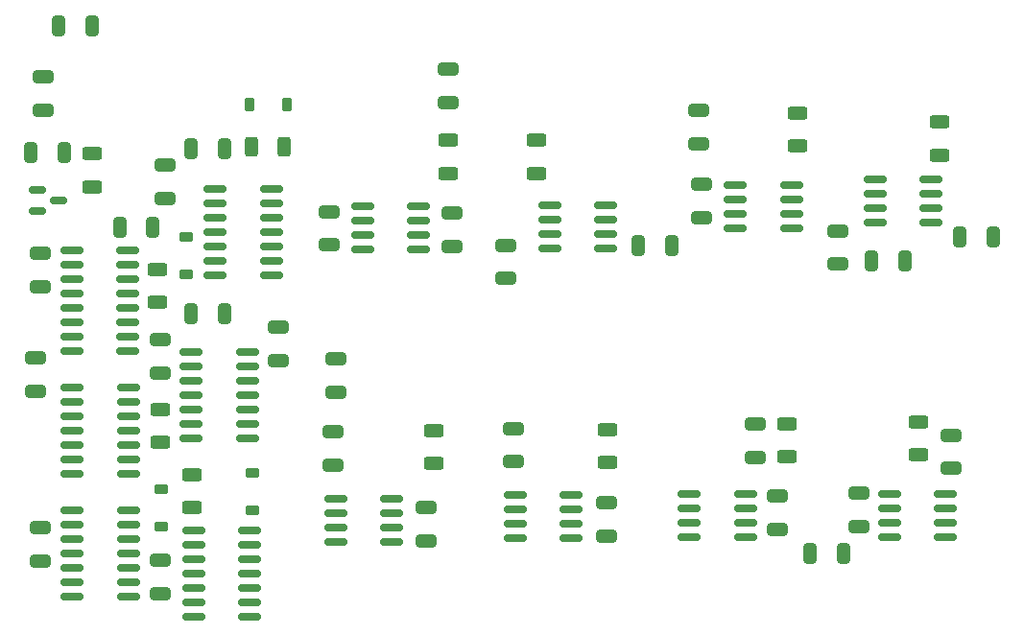
<source format=gtp>
%TF.GenerationSoftware,KiCad,Pcbnew,9.0.2*%
%TF.CreationDate,2025-12-17T22:35:22-05:00*%
%TF.ProjectId,motor-driver,6d6f746f-722d-4647-9269-7665722e6b69,rev?*%
%TF.SameCoordinates,Original*%
%TF.FileFunction,Paste,Top*%
%TF.FilePolarity,Positive*%
%FSLAX46Y46*%
G04 Gerber Fmt 4.6, Leading zero omitted, Abs format (unit mm)*
G04 Created by KiCad (PCBNEW 9.0.2) date 2025-12-17 22:35:22*
%MOMM*%
%LPD*%
G01*
G04 APERTURE LIST*
G04 Aperture macros list*
%AMRoundRect*
0 Rectangle with rounded corners*
0 $1 Rounding radius*
0 $2 $3 $4 $5 $6 $7 $8 $9 X,Y pos of 4 corners*
0 Add a 4 corners polygon primitive as box body*
4,1,4,$2,$3,$4,$5,$6,$7,$8,$9,$2,$3,0*
0 Add four circle primitives for the rounded corners*
1,1,$1+$1,$2,$3*
1,1,$1+$1,$4,$5*
1,1,$1+$1,$6,$7*
1,1,$1+$1,$8,$9*
0 Add four rect primitives between the rounded corners*
20,1,$1+$1,$2,$3,$4,$5,0*
20,1,$1+$1,$4,$5,$6,$7,0*
20,1,$1+$1,$6,$7,$8,$9,0*
20,1,$1+$1,$8,$9,$2,$3,0*%
G04 Aperture macros list end*
%ADD10RoundRect,0.150000X-0.825000X-0.150000X0.825000X-0.150000X0.825000X0.150000X-0.825000X0.150000X0*%
%ADD11RoundRect,0.250000X0.625000X-0.312500X0.625000X0.312500X-0.625000X0.312500X-0.625000X-0.312500X0*%
%ADD12RoundRect,0.250000X-0.325000X-0.650000X0.325000X-0.650000X0.325000X0.650000X-0.325000X0.650000X0*%
%ADD13RoundRect,0.250000X0.325000X0.650000X-0.325000X0.650000X-0.325000X-0.650000X0.325000X-0.650000X0*%
%ADD14RoundRect,0.250000X0.650000X-0.325000X0.650000X0.325000X-0.650000X0.325000X-0.650000X-0.325000X0*%
%ADD15RoundRect,0.250000X-0.650000X0.325000X-0.650000X-0.325000X0.650000X-0.325000X0.650000X0.325000X0*%
%ADD16RoundRect,0.225000X-0.375000X0.225000X-0.375000X-0.225000X0.375000X-0.225000X0.375000X0.225000X0*%
%ADD17RoundRect,0.250000X0.312500X0.625000X-0.312500X0.625000X-0.312500X-0.625000X0.312500X-0.625000X0*%
%ADD18RoundRect,0.150000X-0.587500X-0.150000X0.587500X-0.150000X0.587500X0.150000X-0.587500X0.150000X0*%
%ADD19RoundRect,0.225000X0.375000X-0.225000X0.375000X0.225000X-0.375000X0.225000X-0.375000X-0.225000X0*%
%ADD20RoundRect,0.225000X0.225000X0.375000X-0.225000X0.375000X-0.225000X-0.375000X0.225000X-0.375000X0*%
%ADD21RoundRect,0.250000X-0.625000X0.312500X-0.625000X-0.312500X0.625000X-0.312500X0.625000X0.312500X0*%
G04 APERTURE END LIST*
D10*
%TO.C,U1*%
X58375000Y-66460000D03*
X58375000Y-67730000D03*
X58375000Y-69000000D03*
X58375000Y-70270000D03*
X58375000Y-71540000D03*
X58375000Y-72810000D03*
X58375000Y-74080000D03*
X58375000Y-75350000D03*
X63325000Y-75350000D03*
X63325000Y-74080000D03*
X63325000Y-72810000D03*
X63325000Y-71540000D03*
X63325000Y-70270000D03*
X63325000Y-69000000D03*
X63325000Y-67730000D03*
X63325000Y-66460000D03*
%TD*%
D11*
%TO.C,R4*%
X68950000Y-89167500D03*
X68950000Y-86242500D03*
%TD*%
D12*
%TO.C,C2*%
X57175000Y-46605000D03*
X60125000Y-46605000D03*
%TD*%
D10*
%TO.C,U6*%
X71000000Y-61005000D03*
X71000000Y-62275000D03*
X71000000Y-63545000D03*
X71000000Y-64815000D03*
X71000000Y-66085000D03*
X71000000Y-67355000D03*
X71000000Y-68625000D03*
X75950000Y-68625000D03*
X75950000Y-67355000D03*
X75950000Y-66085000D03*
X75950000Y-64815000D03*
X75950000Y-63545000D03*
X75950000Y-62275000D03*
X75950000Y-61005000D03*
%TD*%
D12*
%TO.C,C19*%
X128925000Y-67405000D03*
X131875000Y-67405000D03*
%TD*%
D11*
%TO.C,R11*%
X122375000Y-57267500D03*
X122375000Y-54342500D03*
%TD*%
D10*
%TO.C,U13*%
X97450000Y-88035000D03*
X97450000Y-89305000D03*
X97450000Y-90575000D03*
X97450000Y-91845000D03*
X102400000Y-91845000D03*
X102400000Y-90575000D03*
X102400000Y-89305000D03*
X102400000Y-88035000D03*
%TD*%
%TO.C,U9*%
X84000000Y-62600000D03*
X84000000Y-63870000D03*
X84000000Y-65140000D03*
X84000000Y-66410000D03*
X88950000Y-66410000D03*
X88950000Y-65140000D03*
X88950000Y-63870000D03*
X88950000Y-62600000D03*
%TD*%
D13*
%TO.C,C9*%
X71800000Y-57505000D03*
X68850000Y-57505000D03*
%TD*%
D14*
%TO.C,C4*%
X55150000Y-78880000D03*
X55150000Y-75930000D03*
%TD*%
D10*
%TO.C,U14*%
X116900000Y-60700000D03*
X116900000Y-61970000D03*
X116900000Y-63240000D03*
X116900000Y-64510000D03*
X121850000Y-64510000D03*
X121850000Y-63240000D03*
X121850000Y-61970000D03*
X121850000Y-60700000D03*
%TD*%
D15*
%TO.C,C31*%
X125975000Y-64730000D03*
X125975000Y-67680000D03*
%TD*%
D13*
%TO.C,C20*%
X139650000Y-65305000D03*
X136700000Y-65305000D03*
%TD*%
D16*
%TO.C,D3*%
X66250000Y-87555000D03*
X66250000Y-90855000D03*
%TD*%
D11*
%TO.C,R9*%
X99375000Y-59667500D03*
X99375000Y-56742500D03*
%TD*%
%TO.C,R12*%
X121425000Y-84702500D03*
X121425000Y-81777500D03*
%TD*%
D14*
%TO.C,C13*%
X91575000Y-53380000D03*
X91575000Y-50430000D03*
%TD*%
D17*
%TO.C,R2*%
X77112500Y-57305000D03*
X74187500Y-57305000D03*
%TD*%
D11*
%TO.C,R8*%
X133025000Y-84502500D03*
X133025000Y-81577500D03*
%TD*%
D10*
%TO.C,U7*%
X68875000Y-75435000D03*
X68875000Y-76705000D03*
X68875000Y-77975000D03*
X68875000Y-79245000D03*
X68875000Y-80515000D03*
X68875000Y-81785000D03*
X68875000Y-83055000D03*
X73825000Y-83055000D03*
X73825000Y-81785000D03*
X73825000Y-80515000D03*
X73825000Y-79245000D03*
X73825000Y-77975000D03*
X73825000Y-76705000D03*
X73825000Y-75435000D03*
%TD*%
D11*
%TO.C,R7*%
X90325000Y-85262500D03*
X90325000Y-82337500D03*
%TD*%
D18*
%TO.C,Q9*%
X55312500Y-61105000D03*
X55312500Y-63005000D03*
X57187500Y-62055000D03*
%TD*%
D15*
%TO.C,C28*%
X105525000Y-88765000D03*
X105525000Y-91715000D03*
%TD*%
D10*
%TO.C,U5*%
X69100000Y-91155000D03*
X69100000Y-92425000D03*
X69100000Y-93695000D03*
X69100000Y-94965000D03*
X69100000Y-96235000D03*
X69100000Y-97505000D03*
X69100000Y-98775000D03*
X74050000Y-98775000D03*
X74050000Y-97505000D03*
X74050000Y-96235000D03*
X74050000Y-94965000D03*
X74050000Y-93695000D03*
X74050000Y-92425000D03*
X74050000Y-91155000D03*
%TD*%
D14*
%TO.C,C12*%
X76550000Y-76155000D03*
X76550000Y-73205000D03*
%TD*%
D19*
%TO.C,D4*%
X74250000Y-89405000D03*
X74250000Y-86105000D03*
%TD*%
D15*
%TO.C,C23*%
X127825000Y-87865000D03*
X127825000Y-90815000D03*
%TD*%
D14*
%TO.C,C5*%
X66150000Y-96755000D03*
X66150000Y-93805000D03*
%TD*%
D20*
%TO.C,D2*%
X77350000Y-53605000D03*
X74050000Y-53605000D03*
%TD*%
D13*
%TO.C,C8*%
X65525000Y-64405000D03*
X62575000Y-64405000D03*
%TD*%
D15*
%TO.C,C22*%
X89625000Y-89150000D03*
X89625000Y-92100000D03*
%TD*%
D13*
%TO.C,C27*%
X111250000Y-66005000D03*
X108300000Y-66005000D03*
%TD*%
%TO.C,C10*%
X71825000Y-72005000D03*
X68875000Y-72005000D03*
%TD*%
D15*
%TO.C,C16*%
X118625000Y-81765000D03*
X118625000Y-84715000D03*
%TD*%
D10*
%TO.C,U10*%
X81650000Y-88395000D03*
X81650000Y-89665000D03*
X81650000Y-90935000D03*
X81650000Y-92205000D03*
X86600000Y-92205000D03*
X86600000Y-90935000D03*
X86600000Y-89665000D03*
X86600000Y-88395000D03*
%TD*%
%TO.C,U2*%
X58400000Y-78595000D03*
X58400000Y-79865000D03*
X58400000Y-81135000D03*
X58400000Y-82405000D03*
X58400000Y-83675000D03*
X58400000Y-84945000D03*
X58400000Y-86215000D03*
X63350000Y-86215000D03*
X63350000Y-84945000D03*
X63350000Y-83675000D03*
X63350000Y-82405000D03*
X63350000Y-81135000D03*
X63350000Y-79865000D03*
X63350000Y-78595000D03*
%TD*%
D15*
%TO.C,C32*%
X120625000Y-88165000D03*
X120625000Y-91115000D03*
%TD*%
D10*
%TO.C,U8*%
X129225000Y-60200000D03*
X129225000Y-61470000D03*
X129225000Y-62740000D03*
X129225000Y-64010000D03*
X134175000Y-64010000D03*
X134175000Y-62740000D03*
X134175000Y-61470000D03*
X134175000Y-60200000D03*
%TD*%
%TO.C,U12*%
X100500000Y-62500000D03*
X100500000Y-63770000D03*
X100500000Y-65040000D03*
X100500000Y-66310000D03*
X105450000Y-66310000D03*
X105450000Y-65040000D03*
X105450000Y-63770000D03*
X105450000Y-62500000D03*
%TD*%
D11*
%TO.C,R13*%
X60150000Y-60867500D03*
X60150000Y-57942500D03*
%TD*%
D15*
%TO.C,C29*%
X113875000Y-60655000D03*
X113875000Y-63605000D03*
%TD*%
D10*
%TO.C,U11*%
X130475000Y-87930000D03*
X130475000Y-89200000D03*
X130475000Y-90470000D03*
X130475000Y-91740000D03*
X135425000Y-91740000D03*
X135425000Y-90470000D03*
X135425000Y-89200000D03*
X135425000Y-87930000D03*
%TD*%
D11*
%TO.C,R10*%
X105625000Y-85202500D03*
X105625000Y-82277500D03*
%TD*%
D15*
%TO.C,C14*%
X113675000Y-54130000D03*
X113675000Y-57080000D03*
%TD*%
%TO.C,C33*%
X55850000Y-51130000D03*
X55850000Y-54080000D03*
%TD*%
D11*
%TO.C,R6*%
X134875000Y-58067500D03*
X134875000Y-55142500D03*
%TD*%
D16*
%TO.C,D1*%
X68450000Y-65255000D03*
X68450000Y-68555000D03*
%TD*%
D14*
%TO.C,C26*%
X97325000Y-85115000D03*
X97325000Y-82165000D03*
%TD*%
%TO.C,C11*%
X66150000Y-77280000D03*
X66150000Y-74330000D03*
%TD*%
D15*
%TO.C,C24*%
X135925000Y-82765000D03*
X135925000Y-85715000D03*
%TD*%
D11*
%TO.C,R5*%
X91575000Y-59667500D03*
X91575000Y-56742500D03*
%TD*%
D21*
%TO.C,R3*%
X66150000Y-80480000D03*
X66150000Y-83405000D03*
%TD*%
D14*
%TO.C,C7*%
X66550000Y-61880000D03*
X66550000Y-58930000D03*
%TD*%
D13*
%TO.C,C3*%
X57700000Y-57805000D03*
X54750000Y-57805000D03*
%TD*%
D15*
%TO.C,C15*%
X81625000Y-76000000D03*
X81625000Y-78950000D03*
%TD*%
D10*
%TO.C,U15*%
X112850000Y-87935000D03*
X112850000Y-89205000D03*
X112850000Y-90475000D03*
X112850000Y-91745000D03*
X117800000Y-91745000D03*
X117800000Y-90475000D03*
X117800000Y-89205000D03*
X117800000Y-87935000D03*
%TD*%
D21*
%TO.C,R1*%
X65950000Y-68142500D03*
X65950000Y-71067500D03*
%TD*%
D15*
%TO.C,C25*%
X96675000Y-66005000D03*
X96675000Y-68955000D03*
%TD*%
%TO.C,C17*%
X81075000Y-63030000D03*
X81075000Y-65980000D03*
%TD*%
%TO.C,C6*%
X55550000Y-90960000D03*
X55550000Y-93910000D03*
%TD*%
D13*
%TO.C,C30*%
X126425000Y-93240000D03*
X123475000Y-93240000D03*
%TD*%
D15*
%TO.C,C1*%
X55550000Y-66730000D03*
X55550000Y-69680000D03*
%TD*%
%TO.C,C18*%
X91900000Y-63135000D03*
X91900000Y-66085000D03*
%TD*%
%TO.C,C21*%
X81425000Y-82475000D03*
X81425000Y-85425000D03*
%TD*%
D10*
%TO.C,U4*%
X58400000Y-89365000D03*
X58400000Y-90635000D03*
X58400000Y-91905000D03*
X58400000Y-93175000D03*
X58400000Y-94445000D03*
X58400000Y-95715000D03*
X58400000Y-96985000D03*
X63350000Y-96985000D03*
X63350000Y-95715000D03*
X63350000Y-94445000D03*
X63350000Y-93175000D03*
X63350000Y-91905000D03*
X63350000Y-90635000D03*
X63350000Y-89365000D03*
%TD*%
M02*

</source>
